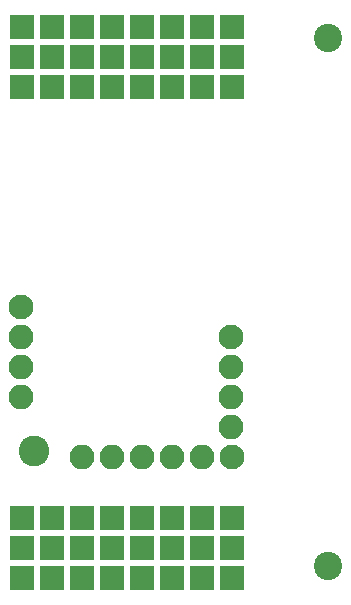
<source format=gbs>
G04 #@! TF.FileFunction,Soldermask,Bot*
%FSLAX46Y46*%
G04 Gerber Fmt 4.6, Leading zero omitted, Abs format (unit mm)*
G04 Created by KiCad (PCBNEW 4.0.2-stable) date 05.07.2017 20:37:20*
%MOMM*%
G01*
G04 APERTURE LIST*
%ADD10C,0.100000*%
%ADD11R,2.100000X2.100000*%
%ADD12C,2.100000*%
%ADD13O,2.100000X2.100000*%
%ADD14C,2.600000*%
%ADD15C,2.400000*%
G04 APERTURE END LIST*
D10*
D11*
X170942000Y-92392500D03*
X173482000Y-92392500D03*
X176022000Y-92392500D03*
X178562000Y-92392500D03*
X181102000Y-92392500D03*
X183642000Y-92392500D03*
X186182000Y-92392500D03*
X188722000Y-92392500D03*
X170942000Y-89852500D03*
X173482000Y-89852500D03*
X176022000Y-89852500D03*
X178562000Y-89852500D03*
X181102000Y-89852500D03*
X183642000Y-89852500D03*
X186182000Y-89852500D03*
X188722000Y-89852500D03*
X170942000Y-87312500D03*
X173482000Y-87312500D03*
X176022000Y-87312500D03*
X178562000Y-87312500D03*
X181102000Y-87312500D03*
X183642000Y-87312500D03*
X186182000Y-87312500D03*
X188722000Y-87312500D03*
X170942000Y-128905000D03*
X173482000Y-128905000D03*
X176022000Y-128905000D03*
X178562000Y-128905000D03*
X181102000Y-128905000D03*
X183642000Y-128905000D03*
X186182000Y-128905000D03*
X188722000Y-128905000D03*
X170942000Y-131445000D03*
X173482000Y-131445000D03*
X176022000Y-131445000D03*
X178562000Y-131445000D03*
X181102000Y-131445000D03*
X183642000Y-131445000D03*
X186182000Y-131445000D03*
X188722000Y-131445000D03*
X170942000Y-133985000D03*
X173482000Y-133985000D03*
X176022000Y-133985000D03*
X178562000Y-133985000D03*
X181102000Y-133985000D03*
X183642000Y-133985000D03*
X186182000Y-133985000D03*
X188722000Y-133985000D03*
D12*
X170878500Y-111061500D03*
D13*
X170878500Y-113601500D03*
X170878500Y-116141500D03*
X170878500Y-118681500D03*
D12*
X188658500Y-113601500D03*
D13*
X188658500Y-116141500D03*
X188658500Y-118681500D03*
X188658500Y-121221500D03*
D12*
X188722000Y-123761500D03*
D13*
X186182000Y-123761500D03*
X183642000Y-123761500D03*
X181102000Y-123761500D03*
X178562000Y-123761500D03*
X176022000Y-123761500D03*
D14*
X171958000Y-123190000D03*
D15*
X196913500Y-88267000D03*
X196913500Y-132967000D03*
M02*

</source>
